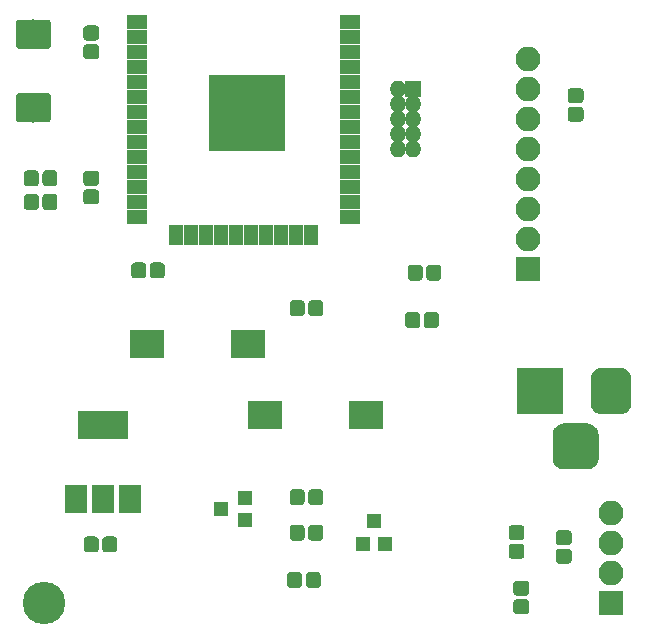
<source format=gts>
G04 #@! TF.GenerationSoftware,KiCad,Pcbnew,(5.0.0)*
G04 #@! TF.CreationDate,2019-06-18T20:36:07+02:00*
G04 #@! TF.ProjectId,PMS7003wifi,504D5337303033776966692E6B696361,rev?*
G04 #@! TF.SameCoordinates,Original*
G04 #@! TF.FileFunction,Soldermask,Top*
G04 #@! TF.FilePolarity,Negative*
%FSLAX46Y46*%
G04 Gerber Fmt 4.6, Leading zero omitted, Abs format (unit mm)*
G04 Created by KiCad (PCBNEW (5.0.0)) date 06/18/19 20:36:07*
%MOMM*%
%LPD*%
G01*
G04 APERTURE LIST*
%ADD10R,3.900000X3.900000*%
%ADD11C,0.100000*%
%ADD12C,3.400000*%
%ADD13C,3.900000*%
%ADD14C,1.275000*%
%ADD15C,2.475000*%
%ADD16R,2.100000X2.100000*%
%ADD17O,2.100000X2.100000*%
%ADD18R,1.200000X1.300000*%
%ADD19R,1.300000X1.200000*%
%ADD20R,2.900000X2.400000*%
%ADD21R,4.200000X2.400000*%
%ADD22R,1.900000X2.400000*%
%ADD23R,1.800000X1.300000*%
%ADD24R,1.300000X1.800000*%
%ADD25R,6.400000X6.400000*%
%ADD26R,1.400000X1.400000*%
%ADD27O,1.400000X1.400000*%
%ADD28C,3.600000*%
G04 APERTURE END LIST*
D10*
G04 #@! TO.C,J3*
X217000000Y-85000000D03*
D11*
G36*
X223933315Y-83054093D02*
X224015827Y-83066333D01*
X224096742Y-83086601D01*
X224175281Y-83114702D01*
X224250687Y-83150367D01*
X224322235Y-83193251D01*
X224389234Y-83242941D01*
X224451041Y-83298959D01*
X224507059Y-83360766D01*
X224556749Y-83427765D01*
X224599633Y-83499313D01*
X224635298Y-83574719D01*
X224663399Y-83653258D01*
X224683667Y-83734173D01*
X224695907Y-83816685D01*
X224700000Y-83900000D01*
X224700000Y-86100000D01*
X224695907Y-86183315D01*
X224683667Y-86265827D01*
X224663399Y-86346742D01*
X224635298Y-86425281D01*
X224599633Y-86500687D01*
X224556749Y-86572235D01*
X224507059Y-86639234D01*
X224451041Y-86701041D01*
X224389234Y-86757059D01*
X224322235Y-86806749D01*
X224250687Y-86849633D01*
X224175281Y-86885298D01*
X224096742Y-86913399D01*
X224015827Y-86933667D01*
X223933315Y-86945907D01*
X223850000Y-86950000D01*
X222150000Y-86950000D01*
X222066685Y-86945907D01*
X221984173Y-86933667D01*
X221903258Y-86913399D01*
X221824719Y-86885298D01*
X221749313Y-86849633D01*
X221677765Y-86806749D01*
X221610766Y-86757059D01*
X221548959Y-86701041D01*
X221492941Y-86639234D01*
X221443251Y-86572235D01*
X221400367Y-86500687D01*
X221364702Y-86425281D01*
X221336601Y-86346742D01*
X221316333Y-86265827D01*
X221304093Y-86183315D01*
X221300000Y-86100000D01*
X221300000Y-83900000D01*
X221304093Y-83816685D01*
X221316333Y-83734173D01*
X221336601Y-83653258D01*
X221364702Y-83574719D01*
X221400367Y-83499313D01*
X221443251Y-83427765D01*
X221492941Y-83360766D01*
X221548959Y-83298959D01*
X221610766Y-83242941D01*
X221677765Y-83193251D01*
X221749313Y-83150367D01*
X221824719Y-83114702D01*
X221903258Y-83086601D01*
X221984173Y-83066333D01*
X222066685Y-83054093D01*
X222150000Y-83050000D01*
X223850000Y-83050000D01*
X223933315Y-83054093D01*
X223933315Y-83054093D01*
G37*
D12*
X223000000Y-85000000D03*
D11*
G36*
X221070567Y-87754695D02*
X221165213Y-87768734D01*
X221258028Y-87791983D01*
X221348116Y-87824217D01*
X221434612Y-87865127D01*
X221516681Y-87914317D01*
X221593533Y-87971315D01*
X221664429Y-88035571D01*
X221728685Y-88106467D01*
X221785683Y-88183319D01*
X221834873Y-88265388D01*
X221875783Y-88351884D01*
X221908017Y-88441972D01*
X221931266Y-88534787D01*
X221945305Y-88629433D01*
X221950000Y-88725000D01*
X221950000Y-90675000D01*
X221945305Y-90770567D01*
X221931266Y-90865213D01*
X221908017Y-90958028D01*
X221875783Y-91048116D01*
X221834873Y-91134612D01*
X221785683Y-91216681D01*
X221728685Y-91293533D01*
X221664429Y-91364429D01*
X221593533Y-91428685D01*
X221516681Y-91485683D01*
X221434612Y-91534873D01*
X221348116Y-91575783D01*
X221258028Y-91608017D01*
X221165213Y-91631266D01*
X221070567Y-91645305D01*
X220975000Y-91650000D01*
X219025000Y-91650000D01*
X218929433Y-91645305D01*
X218834787Y-91631266D01*
X218741972Y-91608017D01*
X218651884Y-91575783D01*
X218565388Y-91534873D01*
X218483319Y-91485683D01*
X218406467Y-91428685D01*
X218335571Y-91364429D01*
X218271315Y-91293533D01*
X218214317Y-91216681D01*
X218165127Y-91134612D01*
X218124217Y-91048116D01*
X218091983Y-90958028D01*
X218068734Y-90865213D01*
X218054695Y-90770567D01*
X218050000Y-90675000D01*
X218050000Y-88725000D01*
X218054695Y-88629433D01*
X218068734Y-88534787D01*
X218091983Y-88441972D01*
X218124217Y-88351884D01*
X218165127Y-88265388D01*
X218214317Y-88183319D01*
X218271315Y-88106467D01*
X218335571Y-88035571D01*
X218406467Y-87971315D01*
X218483319Y-87914317D01*
X218565388Y-87865127D01*
X218651884Y-87824217D01*
X218741972Y-87791983D01*
X218834787Y-87768734D01*
X218929433Y-87754695D01*
X219025000Y-87750000D01*
X220975000Y-87750000D01*
X221070567Y-87754695D01*
X221070567Y-87754695D01*
G37*
D13*
X220000000Y-89700000D03*
G04 #@! TD*
D11*
G04 #@! TO.C,C1*
G36*
X179349993Y-97326535D02*
X179380935Y-97331125D01*
X179411278Y-97338725D01*
X179440730Y-97349263D01*
X179469008Y-97362638D01*
X179495838Y-97378719D01*
X179520963Y-97397353D01*
X179544140Y-97418360D01*
X179565147Y-97441537D01*
X179583781Y-97466662D01*
X179599862Y-97493492D01*
X179613237Y-97521770D01*
X179623775Y-97551222D01*
X179631375Y-97581565D01*
X179635965Y-97612507D01*
X179637500Y-97643750D01*
X179637500Y-98356250D01*
X179635965Y-98387493D01*
X179631375Y-98418435D01*
X179623775Y-98448778D01*
X179613237Y-98478230D01*
X179599862Y-98506508D01*
X179583781Y-98533338D01*
X179565147Y-98558463D01*
X179544140Y-98581640D01*
X179520963Y-98602647D01*
X179495838Y-98621281D01*
X179469008Y-98637362D01*
X179440730Y-98650737D01*
X179411278Y-98661275D01*
X179380935Y-98668875D01*
X179349993Y-98673465D01*
X179318750Y-98675000D01*
X178681250Y-98675000D01*
X178650007Y-98673465D01*
X178619065Y-98668875D01*
X178588722Y-98661275D01*
X178559270Y-98650737D01*
X178530992Y-98637362D01*
X178504162Y-98621281D01*
X178479037Y-98602647D01*
X178455860Y-98581640D01*
X178434853Y-98558463D01*
X178416219Y-98533338D01*
X178400138Y-98506508D01*
X178386763Y-98478230D01*
X178376225Y-98448778D01*
X178368625Y-98418435D01*
X178364035Y-98387493D01*
X178362500Y-98356250D01*
X178362500Y-97643750D01*
X178364035Y-97612507D01*
X178368625Y-97581565D01*
X178376225Y-97551222D01*
X178386763Y-97521770D01*
X178400138Y-97493492D01*
X178416219Y-97466662D01*
X178434853Y-97441537D01*
X178455860Y-97418360D01*
X178479037Y-97397353D01*
X178504162Y-97378719D01*
X178530992Y-97362638D01*
X178559270Y-97349263D01*
X178588722Y-97338725D01*
X178619065Y-97331125D01*
X178650007Y-97326535D01*
X178681250Y-97325000D01*
X179318750Y-97325000D01*
X179349993Y-97326535D01*
X179349993Y-97326535D01*
G37*
D14*
X179000000Y-98000000D03*
D11*
G36*
X180924993Y-97326535D02*
X180955935Y-97331125D01*
X180986278Y-97338725D01*
X181015730Y-97349263D01*
X181044008Y-97362638D01*
X181070838Y-97378719D01*
X181095963Y-97397353D01*
X181119140Y-97418360D01*
X181140147Y-97441537D01*
X181158781Y-97466662D01*
X181174862Y-97493492D01*
X181188237Y-97521770D01*
X181198775Y-97551222D01*
X181206375Y-97581565D01*
X181210965Y-97612507D01*
X181212500Y-97643750D01*
X181212500Y-98356250D01*
X181210965Y-98387493D01*
X181206375Y-98418435D01*
X181198775Y-98448778D01*
X181188237Y-98478230D01*
X181174862Y-98506508D01*
X181158781Y-98533338D01*
X181140147Y-98558463D01*
X181119140Y-98581640D01*
X181095963Y-98602647D01*
X181070838Y-98621281D01*
X181044008Y-98637362D01*
X181015730Y-98650737D01*
X180986278Y-98661275D01*
X180955935Y-98668875D01*
X180924993Y-98673465D01*
X180893750Y-98675000D01*
X180256250Y-98675000D01*
X180225007Y-98673465D01*
X180194065Y-98668875D01*
X180163722Y-98661275D01*
X180134270Y-98650737D01*
X180105992Y-98637362D01*
X180079162Y-98621281D01*
X180054037Y-98602647D01*
X180030860Y-98581640D01*
X180009853Y-98558463D01*
X179991219Y-98533338D01*
X179975138Y-98506508D01*
X179961763Y-98478230D01*
X179951225Y-98448778D01*
X179943625Y-98418435D01*
X179939035Y-98387493D01*
X179937500Y-98356250D01*
X179937500Y-97643750D01*
X179939035Y-97612507D01*
X179943625Y-97581565D01*
X179951225Y-97551222D01*
X179961763Y-97521770D01*
X179975138Y-97493492D01*
X179991219Y-97466662D01*
X180009853Y-97441537D01*
X180030860Y-97418360D01*
X180054037Y-97397353D01*
X180079162Y-97378719D01*
X180105992Y-97362638D01*
X180134270Y-97349263D01*
X180163722Y-97338725D01*
X180194065Y-97331125D01*
X180225007Y-97326535D01*
X180256250Y-97325000D01*
X180893750Y-97325000D01*
X180924993Y-97326535D01*
X180924993Y-97326535D01*
G37*
D14*
X180575000Y-98000000D03*
G04 #@! TD*
D11*
G04 #@! TO.C,C2*
G36*
X220387493Y-60939035D02*
X220418435Y-60943625D01*
X220448778Y-60951225D01*
X220478230Y-60961763D01*
X220506508Y-60975138D01*
X220533338Y-60991219D01*
X220558463Y-61009853D01*
X220581640Y-61030860D01*
X220602647Y-61054037D01*
X220621281Y-61079162D01*
X220637362Y-61105992D01*
X220650737Y-61134270D01*
X220661275Y-61163722D01*
X220668875Y-61194065D01*
X220673465Y-61225007D01*
X220675000Y-61256250D01*
X220675000Y-61893750D01*
X220673465Y-61924993D01*
X220668875Y-61955935D01*
X220661275Y-61986278D01*
X220650737Y-62015730D01*
X220637362Y-62044008D01*
X220621281Y-62070838D01*
X220602647Y-62095963D01*
X220581640Y-62119140D01*
X220558463Y-62140147D01*
X220533338Y-62158781D01*
X220506508Y-62174862D01*
X220478230Y-62188237D01*
X220448778Y-62198775D01*
X220418435Y-62206375D01*
X220387493Y-62210965D01*
X220356250Y-62212500D01*
X219643750Y-62212500D01*
X219612507Y-62210965D01*
X219581565Y-62206375D01*
X219551222Y-62198775D01*
X219521770Y-62188237D01*
X219493492Y-62174862D01*
X219466662Y-62158781D01*
X219441537Y-62140147D01*
X219418360Y-62119140D01*
X219397353Y-62095963D01*
X219378719Y-62070838D01*
X219362638Y-62044008D01*
X219349263Y-62015730D01*
X219338725Y-61986278D01*
X219331125Y-61955935D01*
X219326535Y-61924993D01*
X219325000Y-61893750D01*
X219325000Y-61256250D01*
X219326535Y-61225007D01*
X219331125Y-61194065D01*
X219338725Y-61163722D01*
X219349263Y-61134270D01*
X219362638Y-61105992D01*
X219378719Y-61079162D01*
X219397353Y-61054037D01*
X219418360Y-61030860D01*
X219441537Y-61009853D01*
X219466662Y-60991219D01*
X219493492Y-60975138D01*
X219521770Y-60961763D01*
X219551222Y-60951225D01*
X219581565Y-60943625D01*
X219612507Y-60939035D01*
X219643750Y-60937500D01*
X220356250Y-60937500D01*
X220387493Y-60939035D01*
X220387493Y-60939035D01*
G37*
D14*
X220000000Y-61575000D03*
D11*
G36*
X220387493Y-59364035D02*
X220418435Y-59368625D01*
X220448778Y-59376225D01*
X220478230Y-59386763D01*
X220506508Y-59400138D01*
X220533338Y-59416219D01*
X220558463Y-59434853D01*
X220581640Y-59455860D01*
X220602647Y-59479037D01*
X220621281Y-59504162D01*
X220637362Y-59530992D01*
X220650737Y-59559270D01*
X220661275Y-59588722D01*
X220668875Y-59619065D01*
X220673465Y-59650007D01*
X220675000Y-59681250D01*
X220675000Y-60318750D01*
X220673465Y-60349993D01*
X220668875Y-60380935D01*
X220661275Y-60411278D01*
X220650737Y-60440730D01*
X220637362Y-60469008D01*
X220621281Y-60495838D01*
X220602647Y-60520963D01*
X220581640Y-60544140D01*
X220558463Y-60565147D01*
X220533338Y-60583781D01*
X220506508Y-60599862D01*
X220478230Y-60613237D01*
X220448778Y-60623775D01*
X220418435Y-60631375D01*
X220387493Y-60635965D01*
X220356250Y-60637500D01*
X219643750Y-60637500D01*
X219612507Y-60635965D01*
X219581565Y-60631375D01*
X219551222Y-60623775D01*
X219521770Y-60613237D01*
X219493492Y-60599862D01*
X219466662Y-60583781D01*
X219441537Y-60565147D01*
X219418360Y-60544140D01*
X219397353Y-60520963D01*
X219378719Y-60495838D01*
X219362638Y-60469008D01*
X219349263Y-60440730D01*
X219338725Y-60411278D01*
X219331125Y-60380935D01*
X219326535Y-60349993D01*
X219325000Y-60318750D01*
X219325000Y-59681250D01*
X219326535Y-59650007D01*
X219331125Y-59619065D01*
X219338725Y-59588722D01*
X219349263Y-59559270D01*
X219362638Y-59530992D01*
X219378719Y-59504162D01*
X219397353Y-59479037D01*
X219418360Y-59455860D01*
X219441537Y-59434853D01*
X219466662Y-59416219D01*
X219493492Y-59400138D01*
X219521770Y-59386763D01*
X219551222Y-59376225D01*
X219581565Y-59368625D01*
X219612507Y-59364035D01*
X219643750Y-59362500D01*
X220356250Y-59362500D01*
X220387493Y-59364035D01*
X220387493Y-59364035D01*
G37*
D14*
X220000000Y-60000000D03*
G04 #@! TD*
D11*
G04 #@! TO.C,C3*
G36*
X175306036Y-59788936D02*
X175334982Y-59793230D01*
X175363369Y-59800340D01*
X175390921Y-59810199D01*
X175417375Y-59822710D01*
X175442475Y-59837754D01*
X175465979Y-59855186D01*
X175487662Y-59874838D01*
X175507314Y-59896521D01*
X175524746Y-59920025D01*
X175539790Y-59945125D01*
X175552301Y-59971579D01*
X175562160Y-59999131D01*
X175569270Y-60027518D01*
X175573564Y-60056464D01*
X175575000Y-60085692D01*
X175575000Y-61964308D01*
X175573564Y-61993536D01*
X175569270Y-62022482D01*
X175562160Y-62050869D01*
X175552301Y-62078421D01*
X175539790Y-62104875D01*
X175524746Y-62129975D01*
X175507314Y-62153479D01*
X175487662Y-62175162D01*
X175465979Y-62194814D01*
X175442475Y-62212246D01*
X175417375Y-62227290D01*
X175390921Y-62239801D01*
X175363369Y-62249660D01*
X175334982Y-62256770D01*
X175306036Y-62261064D01*
X175276808Y-62262500D01*
X172923192Y-62262500D01*
X172893964Y-62261064D01*
X172865018Y-62256770D01*
X172836631Y-62249660D01*
X172809079Y-62239801D01*
X172782625Y-62227290D01*
X172757525Y-62212246D01*
X172734021Y-62194814D01*
X172712338Y-62175162D01*
X172692686Y-62153479D01*
X172675254Y-62129975D01*
X172660210Y-62104875D01*
X172647699Y-62078421D01*
X172637840Y-62050869D01*
X172630730Y-62022482D01*
X172626436Y-61993536D01*
X172625000Y-61964308D01*
X172625000Y-60085692D01*
X172626436Y-60056464D01*
X172630730Y-60027518D01*
X172637840Y-59999131D01*
X172647699Y-59971579D01*
X172660210Y-59945125D01*
X172675254Y-59920025D01*
X172692686Y-59896521D01*
X172712338Y-59874838D01*
X172734021Y-59855186D01*
X172757525Y-59837754D01*
X172782625Y-59822710D01*
X172809079Y-59810199D01*
X172836631Y-59800340D01*
X172865018Y-59793230D01*
X172893964Y-59788936D01*
X172923192Y-59787500D01*
X175276808Y-59787500D01*
X175306036Y-59788936D01*
X175306036Y-59788936D01*
G37*
D15*
X174100000Y-61025000D03*
D11*
G36*
X175306036Y-53563936D02*
X175334982Y-53568230D01*
X175363369Y-53575340D01*
X175390921Y-53585199D01*
X175417375Y-53597710D01*
X175442475Y-53612754D01*
X175465979Y-53630186D01*
X175487662Y-53649838D01*
X175507314Y-53671521D01*
X175524746Y-53695025D01*
X175539790Y-53720125D01*
X175552301Y-53746579D01*
X175562160Y-53774131D01*
X175569270Y-53802518D01*
X175573564Y-53831464D01*
X175575000Y-53860692D01*
X175575000Y-55739308D01*
X175573564Y-55768536D01*
X175569270Y-55797482D01*
X175562160Y-55825869D01*
X175552301Y-55853421D01*
X175539790Y-55879875D01*
X175524746Y-55904975D01*
X175507314Y-55928479D01*
X175487662Y-55950162D01*
X175465979Y-55969814D01*
X175442475Y-55987246D01*
X175417375Y-56002290D01*
X175390921Y-56014801D01*
X175363369Y-56024660D01*
X175334982Y-56031770D01*
X175306036Y-56036064D01*
X175276808Y-56037500D01*
X172923192Y-56037500D01*
X172893964Y-56036064D01*
X172865018Y-56031770D01*
X172836631Y-56024660D01*
X172809079Y-56014801D01*
X172782625Y-56002290D01*
X172757525Y-55987246D01*
X172734021Y-55969814D01*
X172712338Y-55950162D01*
X172692686Y-55928479D01*
X172675254Y-55904975D01*
X172660210Y-55879875D01*
X172647699Y-55853421D01*
X172637840Y-55825869D01*
X172630730Y-55797482D01*
X172626436Y-55768536D01*
X172625000Y-55739308D01*
X172625000Y-53860692D01*
X172626436Y-53831464D01*
X172630730Y-53802518D01*
X172637840Y-53774131D01*
X172647699Y-53746579D01*
X172660210Y-53720125D01*
X172675254Y-53695025D01*
X172692686Y-53671521D01*
X172712338Y-53649838D01*
X172734021Y-53630186D01*
X172757525Y-53612754D01*
X172782625Y-53597710D01*
X172809079Y-53585199D01*
X172836631Y-53575340D01*
X172865018Y-53568230D01*
X172893964Y-53563936D01*
X172923192Y-53562500D01*
X175276808Y-53562500D01*
X175306036Y-53563936D01*
X175306036Y-53563936D01*
G37*
D15*
X174100000Y-54800000D03*
G04 #@! TD*
D11*
G04 #@! TO.C,C4*
G36*
X215787493Y-102639035D02*
X215818435Y-102643625D01*
X215848778Y-102651225D01*
X215878230Y-102661763D01*
X215906508Y-102675138D01*
X215933338Y-102691219D01*
X215958463Y-102709853D01*
X215981640Y-102730860D01*
X216002647Y-102754037D01*
X216021281Y-102779162D01*
X216037362Y-102805992D01*
X216050737Y-102834270D01*
X216061275Y-102863722D01*
X216068875Y-102894065D01*
X216073465Y-102925007D01*
X216075000Y-102956250D01*
X216075000Y-103593750D01*
X216073465Y-103624993D01*
X216068875Y-103655935D01*
X216061275Y-103686278D01*
X216050737Y-103715730D01*
X216037362Y-103744008D01*
X216021281Y-103770838D01*
X216002647Y-103795963D01*
X215981640Y-103819140D01*
X215958463Y-103840147D01*
X215933338Y-103858781D01*
X215906508Y-103874862D01*
X215878230Y-103888237D01*
X215848778Y-103898775D01*
X215818435Y-103906375D01*
X215787493Y-103910965D01*
X215756250Y-103912500D01*
X215043750Y-103912500D01*
X215012507Y-103910965D01*
X214981565Y-103906375D01*
X214951222Y-103898775D01*
X214921770Y-103888237D01*
X214893492Y-103874862D01*
X214866662Y-103858781D01*
X214841537Y-103840147D01*
X214818360Y-103819140D01*
X214797353Y-103795963D01*
X214778719Y-103770838D01*
X214762638Y-103744008D01*
X214749263Y-103715730D01*
X214738725Y-103686278D01*
X214731125Y-103655935D01*
X214726535Y-103624993D01*
X214725000Y-103593750D01*
X214725000Y-102956250D01*
X214726535Y-102925007D01*
X214731125Y-102894065D01*
X214738725Y-102863722D01*
X214749263Y-102834270D01*
X214762638Y-102805992D01*
X214778719Y-102779162D01*
X214797353Y-102754037D01*
X214818360Y-102730860D01*
X214841537Y-102709853D01*
X214866662Y-102691219D01*
X214893492Y-102675138D01*
X214921770Y-102661763D01*
X214951222Y-102651225D01*
X214981565Y-102643625D01*
X215012507Y-102639035D01*
X215043750Y-102637500D01*
X215756250Y-102637500D01*
X215787493Y-102639035D01*
X215787493Y-102639035D01*
G37*
D14*
X215400000Y-103275000D03*
D11*
G36*
X215787493Y-101064035D02*
X215818435Y-101068625D01*
X215848778Y-101076225D01*
X215878230Y-101086763D01*
X215906508Y-101100138D01*
X215933338Y-101116219D01*
X215958463Y-101134853D01*
X215981640Y-101155860D01*
X216002647Y-101179037D01*
X216021281Y-101204162D01*
X216037362Y-101230992D01*
X216050737Y-101259270D01*
X216061275Y-101288722D01*
X216068875Y-101319065D01*
X216073465Y-101350007D01*
X216075000Y-101381250D01*
X216075000Y-102018750D01*
X216073465Y-102049993D01*
X216068875Y-102080935D01*
X216061275Y-102111278D01*
X216050737Y-102140730D01*
X216037362Y-102169008D01*
X216021281Y-102195838D01*
X216002647Y-102220963D01*
X215981640Y-102244140D01*
X215958463Y-102265147D01*
X215933338Y-102283781D01*
X215906508Y-102299862D01*
X215878230Y-102313237D01*
X215848778Y-102323775D01*
X215818435Y-102331375D01*
X215787493Y-102335965D01*
X215756250Y-102337500D01*
X215043750Y-102337500D01*
X215012507Y-102335965D01*
X214981565Y-102331375D01*
X214951222Y-102323775D01*
X214921770Y-102313237D01*
X214893492Y-102299862D01*
X214866662Y-102283781D01*
X214841537Y-102265147D01*
X214818360Y-102244140D01*
X214797353Y-102220963D01*
X214778719Y-102195838D01*
X214762638Y-102169008D01*
X214749263Y-102140730D01*
X214738725Y-102111278D01*
X214731125Y-102080935D01*
X214726535Y-102049993D01*
X214725000Y-102018750D01*
X214725000Y-101381250D01*
X214726535Y-101350007D01*
X214731125Y-101319065D01*
X214738725Y-101288722D01*
X214749263Y-101259270D01*
X214762638Y-101230992D01*
X214778719Y-101204162D01*
X214797353Y-101179037D01*
X214818360Y-101155860D01*
X214841537Y-101134853D01*
X214866662Y-101116219D01*
X214893492Y-101100138D01*
X214921770Y-101086763D01*
X214951222Y-101076225D01*
X214981565Y-101068625D01*
X215012507Y-101064035D01*
X215043750Y-101062500D01*
X215756250Y-101062500D01*
X215787493Y-101064035D01*
X215787493Y-101064035D01*
G37*
D14*
X215400000Y-101700000D03*
G04 #@! TD*
D11*
G04 #@! TO.C,C5*
G36*
X179387493Y-54064035D02*
X179418435Y-54068625D01*
X179448778Y-54076225D01*
X179478230Y-54086763D01*
X179506508Y-54100138D01*
X179533338Y-54116219D01*
X179558463Y-54134853D01*
X179581640Y-54155860D01*
X179602647Y-54179037D01*
X179621281Y-54204162D01*
X179637362Y-54230992D01*
X179650737Y-54259270D01*
X179661275Y-54288722D01*
X179668875Y-54319065D01*
X179673465Y-54350007D01*
X179675000Y-54381250D01*
X179675000Y-55018750D01*
X179673465Y-55049993D01*
X179668875Y-55080935D01*
X179661275Y-55111278D01*
X179650737Y-55140730D01*
X179637362Y-55169008D01*
X179621281Y-55195838D01*
X179602647Y-55220963D01*
X179581640Y-55244140D01*
X179558463Y-55265147D01*
X179533338Y-55283781D01*
X179506508Y-55299862D01*
X179478230Y-55313237D01*
X179448778Y-55323775D01*
X179418435Y-55331375D01*
X179387493Y-55335965D01*
X179356250Y-55337500D01*
X178643750Y-55337500D01*
X178612507Y-55335965D01*
X178581565Y-55331375D01*
X178551222Y-55323775D01*
X178521770Y-55313237D01*
X178493492Y-55299862D01*
X178466662Y-55283781D01*
X178441537Y-55265147D01*
X178418360Y-55244140D01*
X178397353Y-55220963D01*
X178378719Y-55195838D01*
X178362638Y-55169008D01*
X178349263Y-55140730D01*
X178338725Y-55111278D01*
X178331125Y-55080935D01*
X178326535Y-55049993D01*
X178325000Y-55018750D01*
X178325000Y-54381250D01*
X178326535Y-54350007D01*
X178331125Y-54319065D01*
X178338725Y-54288722D01*
X178349263Y-54259270D01*
X178362638Y-54230992D01*
X178378719Y-54204162D01*
X178397353Y-54179037D01*
X178418360Y-54155860D01*
X178441537Y-54134853D01*
X178466662Y-54116219D01*
X178493492Y-54100138D01*
X178521770Y-54086763D01*
X178551222Y-54076225D01*
X178581565Y-54068625D01*
X178612507Y-54064035D01*
X178643750Y-54062500D01*
X179356250Y-54062500D01*
X179387493Y-54064035D01*
X179387493Y-54064035D01*
G37*
D14*
X179000000Y-54700000D03*
D11*
G36*
X179387493Y-55639035D02*
X179418435Y-55643625D01*
X179448778Y-55651225D01*
X179478230Y-55661763D01*
X179506508Y-55675138D01*
X179533338Y-55691219D01*
X179558463Y-55709853D01*
X179581640Y-55730860D01*
X179602647Y-55754037D01*
X179621281Y-55779162D01*
X179637362Y-55805992D01*
X179650737Y-55834270D01*
X179661275Y-55863722D01*
X179668875Y-55894065D01*
X179673465Y-55925007D01*
X179675000Y-55956250D01*
X179675000Y-56593750D01*
X179673465Y-56624993D01*
X179668875Y-56655935D01*
X179661275Y-56686278D01*
X179650737Y-56715730D01*
X179637362Y-56744008D01*
X179621281Y-56770838D01*
X179602647Y-56795963D01*
X179581640Y-56819140D01*
X179558463Y-56840147D01*
X179533338Y-56858781D01*
X179506508Y-56874862D01*
X179478230Y-56888237D01*
X179448778Y-56898775D01*
X179418435Y-56906375D01*
X179387493Y-56910965D01*
X179356250Y-56912500D01*
X178643750Y-56912500D01*
X178612507Y-56910965D01*
X178581565Y-56906375D01*
X178551222Y-56898775D01*
X178521770Y-56888237D01*
X178493492Y-56874862D01*
X178466662Y-56858781D01*
X178441537Y-56840147D01*
X178418360Y-56819140D01*
X178397353Y-56795963D01*
X178378719Y-56770838D01*
X178362638Y-56744008D01*
X178349263Y-56715730D01*
X178338725Y-56686278D01*
X178331125Y-56655935D01*
X178326535Y-56624993D01*
X178325000Y-56593750D01*
X178325000Y-55956250D01*
X178326535Y-55925007D01*
X178331125Y-55894065D01*
X178338725Y-55863722D01*
X178349263Y-55834270D01*
X178362638Y-55805992D01*
X178378719Y-55779162D01*
X178397353Y-55754037D01*
X178418360Y-55730860D01*
X178441537Y-55709853D01*
X178466662Y-55691219D01*
X178493492Y-55675138D01*
X178521770Y-55661763D01*
X178551222Y-55651225D01*
X178581565Y-55643625D01*
X178612507Y-55639035D01*
X178643750Y-55637500D01*
X179356250Y-55637500D01*
X179387493Y-55639035D01*
X179387493Y-55639035D01*
G37*
D14*
X179000000Y-56275000D03*
G04 #@! TD*
D11*
G04 #@! TO.C,C6*
G36*
X219387493Y-98364035D02*
X219418435Y-98368625D01*
X219448778Y-98376225D01*
X219478230Y-98386763D01*
X219506508Y-98400138D01*
X219533338Y-98416219D01*
X219558463Y-98434853D01*
X219581640Y-98455860D01*
X219602647Y-98479037D01*
X219621281Y-98504162D01*
X219637362Y-98530992D01*
X219650737Y-98559270D01*
X219661275Y-98588722D01*
X219668875Y-98619065D01*
X219673465Y-98650007D01*
X219675000Y-98681250D01*
X219675000Y-99318750D01*
X219673465Y-99349993D01*
X219668875Y-99380935D01*
X219661275Y-99411278D01*
X219650737Y-99440730D01*
X219637362Y-99469008D01*
X219621281Y-99495838D01*
X219602647Y-99520963D01*
X219581640Y-99544140D01*
X219558463Y-99565147D01*
X219533338Y-99583781D01*
X219506508Y-99599862D01*
X219478230Y-99613237D01*
X219448778Y-99623775D01*
X219418435Y-99631375D01*
X219387493Y-99635965D01*
X219356250Y-99637500D01*
X218643750Y-99637500D01*
X218612507Y-99635965D01*
X218581565Y-99631375D01*
X218551222Y-99623775D01*
X218521770Y-99613237D01*
X218493492Y-99599862D01*
X218466662Y-99583781D01*
X218441537Y-99565147D01*
X218418360Y-99544140D01*
X218397353Y-99520963D01*
X218378719Y-99495838D01*
X218362638Y-99469008D01*
X218349263Y-99440730D01*
X218338725Y-99411278D01*
X218331125Y-99380935D01*
X218326535Y-99349993D01*
X218325000Y-99318750D01*
X218325000Y-98681250D01*
X218326535Y-98650007D01*
X218331125Y-98619065D01*
X218338725Y-98588722D01*
X218349263Y-98559270D01*
X218362638Y-98530992D01*
X218378719Y-98504162D01*
X218397353Y-98479037D01*
X218418360Y-98455860D01*
X218441537Y-98434853D01*
X218466662Y-98416219D01*
X218493492Y-98400138D01*
X218521770Y-98386763D01*
X218551222Y-98376225D01*
X218581565Y-98368625D01*
X218612507Y-98364035D01*
X218643750Y-98362500D01*
X219356250Y-98362500D01*
X219387493Y-98364035D01*
X219387493Y-98364035D01*
G37*
D14*
X219000000Y-99000000D03*
D11*
G36*
X219387493Y-96789035D02*
X219418435Y-96793625D01*
X219448778Y-96801225D01*
X219478230Y-96811763D01*
X219506508Y-96825138D01*
X219533338Y-96841219D01*
X219558463Y-96859853D01*
X219581640Y-96880860D01*
X219602647Y-96904037D01*
X219621281Y-96929162D01*
X219637362Y-96955992D01*
X219650737Y-96984270D01*
X219661275Y-97013722D01*
X219668875Y-97044065D01*
X219673465Y-97075007D01*
X219675000Y-97106250D01*
X219675000Y-97743750D01*
X219673465Y-97774993D01*
X219668875Y-97805935D01*
X219661275Y-97836278D01*
X219650737Y-97865730D01*
X219637362Y-97894008D01*
X219621281Y-97920838D01*
X219602647Y-97945963D01*
X219581640Y-97969140D01*
X219558463Y-97990147D01*
X219533338Y-98008781D01*
X219506508Y-98024862D01*
X219478230Y-98038237D01*
X219448778Y-98048775D01*
X219418435Y-98056375D01*
X219387493Y-98060965D01*
X219356250Y-98062500D01*
X218643750Y-98062500D01*
X218612507Y-98060965D01*
X218581565Y-98056375D01*
X218551222Y-98048775D01*
X218521770Y-98038237D01*
X218493492Y-98024862D01*
X218466662Y-98008781D01*
X218441537Y-97990147D01*
X218418360Y-97969140D01*
X218397353Y-97945963D01*
X218378719Y-97920838D01*
X218362638Y-97894008D01*
X218349263Y-97865730D01*
X218338725Y-97836278D01*
X218331125Y-97805935D01*
X218326535Y-97774993D01*
X218325000Y-97743750D01*
X218325000Y-97106250D01*
X218326535Y-97075007D01*
X218331125Y-97044065D01*
X218338725Y-97013722D01*
X218349263Y-96984270D01*
X218362638Y-96955992D01*
X218378719Y-96929162D01*
X218397353Y-96904037D01*
X218418360Y-96880860D01*
X218441537Y-96859853D01*
X218466662Y-96841219D01*
X218493492Y-96825138D01*
X218521770Y-96811763D01*
X218551222Y-96801225D01*
X218581565Y-96793625D01*
X218612507Y-96789035D01*
X218643750Y-96787500D01*
X219356250Y-96787500D01*
X219387493Y-96789035D01*
X219387493Y-96789035D01*
G37*
D14*
X219000000Y-97425000D03*
G04 #@! TD*
D16*
G04 #@! TO.C,J2*
X216000000Y-74700000D03*
D17*
X216000000Y-72160000D03*
X216000000Y-69620000D03*
X216000000Y-67080000D03*
X216000000Y-64540000D03*
X216000000Y-62000000D03*
X216000000Y-59460000D03*
X216000000Y-56920000D03*
G04 #@! TD*
D18*
G04 #@! TO.C,Q1*
X202950000Y-96000000D03*
X203900000Y-98000000D03*
X202000000Y-98000000D03*
G04 #@! TD*
D19*
G04 #@! TO.C,Q2*
X192000000Y-95950000D03*
X192000000Y-94050000D03*
X190000000Y-95000000D03*
G04 #@! TD*
D11*
G04 #@! TO.C,R1*
G36*
X198137493Y-100326535D02*
X198168435Y-100331125D01*
X198198778Y-100338725D01*
X198228230Y-100349263D01*
X198256508Y-100362638D01*
X198283338Y-100378719D01*
X198308463Y-100397353D01*
X198331640Y-100418360D01*
X198352647Y-100441537D01*
X198371281Y-100466662D01*
X198387362Y-100493492D01*
X198400737Y-100521770D01*
X198411275Y-100551222D01*
X198418875Y-100581565D01*
X198423465Y-100612507D01*
X198425000Y-100643750D01*
X198425000Y-101356250D01*
X198423465Y-101387493D01*
X198418875Y-101418435D01*
X198411275Y-101448778D01*
X198400737Y-101478230D01*
X198387362Y-101506508D01*
X198371281Y-101533338D01*
X198352647Y-101558463D01*
X198331640Y-101581640D01*
X198308463Y-101602647D01*
X198283338Y-101621281D01*
X198256508Y-101637362D01*
X198228230Y-101650737D01*
X198198778Y-101661275D01*
X198168435Y-101668875D01*
X198137493Y-101673465D01*
X198106250Y-101675000D01*
X197468750Y-101675000D01*
X197437507Y-101673465D01*
X197406565Y-101668875D01*
X197376222Y-101661275D01*
X197346770Y-101650737D01*
X197318492Y-101637362D01*
X197291662Y-101621281D01*
X197266537Y-101602647D01*
X197243360Y-101581640D01*
X197222353Y-101558463D01*
X197203719Y-101533338D01*
X197187638Y-101506508D01*
X197174263Y-101478230D01*
X197163725Y-101448778D01*
X197156125Y-101418435D01*
X197151535Y-101387493D01*
X197150000Y-101356250D01*
X197150000Y-100643750D01*
X197151535Y-100612507D01*
X197156125Y-100581565D01*
X197163725Y-100551222D01*
X197174263Y-100521770D01*
X197187638Y-100493492D01*
X197203719Y-100466662D01*
X197222353Y-100441537D01*
X197243360Y-100418360D01*
X197266537Y-100397353D01*
X197291662Y-100378719D01*
X197318492Y-100362638D01*
X197346770Y-100349263D01*
X197376222Y-100338725D01*
X197406565Y-100331125D01*
X197437507Y-100326535D01*
X197468750Y-100325000D01*
X198106250Y-100325000D01*
X198137493Y-100326535D01*
X198137493Y-100326535D01*
G37*
D14*
X197787500Y-101000000D03*
D11*
G36*
X196562493Y-100326535D02*
X196593435Y-100331125D01*
X196623778Y-100338725D01*
X196653230Y-100349263D01*
X196681508Y-100362638D01*
X196708338Y-100378719D01*
X196733463Y-100397353D01*
X196756640Y-100418360D01*
X196777647Y-100441537D01*
X196796281Y-100466662D01*
X196812362Y-100493492D01*
X196825737Y-100521770D01*
X196836275Y-100551222D01*
X196843875Y-100581565D01*
X196848465Y-100612507D01*
X196850000Y-100643750D01*
X196850000Y-101356250D01*
X196848465Y-101387493D01*
X196843875Y-101418435D01*
X196836275Y-101448778D01*
X196825737Y-101478230D01*
X196812362Y-101506508D01*
X196796281Y-101533338D01*
X196777647Y-101558463D01*
X196756640Y-101581640D01*
X196733463Y-101602647D01*
X196708338Y-101621281D01*
X196681508Y-101637362D01*
X196653230Y-101650737D01*
X196623778Y-101661275D01*
X196593435Y-101668875D01*
X196562493Y-101673465D01*
X196531250Y-101675000D01*
X195893750Y-101675000D01*
X195862507Y-101673465D01*
X195831565Y-101668875D01*
X195801222Y-101661275D01*
X195771770Y-101650737D01*
X195743492Y-101637362D01*
X195716662Y-101621281D01*
X195691537Y-101602647D01*
X195668360Y-101581640D01*
X195647353Y-101558463D01*
X195628719Y-101533338D01*
X195612638Y-101506508D01*
X195599263Y-101478230D01*
X195588725Y-101448778D01*
X195581125Y-101418435D01*
X195576535Y-101387493D01*
X195575000Y-101356250D01*
X195575000Y-100643750D01*
X195576535Y-100612507D01*
X195581125Y-100581565D01*
X195588725Y-100551222D01*
X195599263Y-100521770D01*
X195612638Y-100493492D01*
X195628719Y-100466662D01*
X195647353Y-100441537D01*
X195668360Y-100418360D01*
X195691537Y-100397353D01*
X195716662Y-100378719D01*
X195743492Y-100362638D01*
X195771770Y-100349263D01*
X195801222Y-100338725D01*
X195831565Y-100331125D01*
X195862507Y-100326535D01*
X195893750Y-100325000D01*
X196531250Y-100325000D01*
X196562493Y-100326535D01*
X196562493Y-100326535D01*
G37*
D14*
X196212500Y-101000000D03*
G04 #@! TD*
D11*
G04 #@! TO.C,R2*
G36*
X215387493Y-97939035D02*
X215418435Y-97943625D01*
X215448778Y-97951225D01*
X215478230Y-97961763D01*
X215506508Y-97975138D01*
X215533338Y-97991219D01*
X215558463Y-98009853D01*
X215581640Y-98030860D01*
X215602647Y-98054037D01*
X215621281Y-98079162D01*
X215637362Y-98105992D01*
X215650737Y-98134270D01*
X215661275Y-98163722D01*
X215668875Y-98194065D01*
X215673465Y-98225007D01*
X215675000Y-98256250D01*
X215675000Y-98893750D01*
X215673465Y-98924993D01*
X215668875Y-98955935D01*
X215661275Y-98986278D01*
X215650737Y-99015730D01*
X215637362Y-99044008D01*
X215621281Y-99070838D01*
X215602647Y-99095963D01*
X215581640Y-99119140D01*
X215558463Y-99140147D01*
X215533338Y-99158781D01*
X215506508Y-99174862D01*
X215478230Y-99188237D01*
X215448778Y-99198775D01*
X215418435Y-99206375D01*
X215387493Y-99210965D01*
X215356250Y-99212500D01*
X214643750Y-99212500D01*
X214612507Y-99210965D01*
X214581565Y-99206375D01*
X214551222Y-99198775D01*
X214521770Y-99188237D01*
X214493492Y-99174862D01*
X214466662Y-99158781D01*
X214441537Y-99140147D01*
X214418360Y-99119140D01*
X214397353Y-99095963D01*
X214378719Y-99070838D01*
X214362638Y-99044008D01*
X214349263Y-99015730D01*
X214338725Y-98986278D01*
X214331125Y-98955935D01*
X214326535Y-98924993D01*
X214325000Y-98893750D01*
X214325000Y-98256250D01*
X214326535Y-98225007D01*
X214331125Y-98194065D01*
X214338725Y-98163722D01*
X214349263Y-98134270D01*
X214362638Y-98105992D01*
X214378719Y-98079162D01*
X214397353Y-98054037D01*
X214418360Y-98030860D01*
X214441537Y-98009853D01*
X214466662Y-97991219D01*
X214493492Y-97975138D01*
X214521770Y-97961763D01*
X214551222Y-97951225D01*
X214581565Y-97943625D01*
X214612507Y-97939035D01*
X214643750Y-97937500D01*
X215356250Y-97937500D01*
X215387493Y-97939035D01*
X215387493Y-97939035D01*
G37*
D14*
X215000000Y-98575000D03*
D11*
G36*
X215387493Y-96364035D02*
X215418435Y-96368625D01*
X215448778Y-96376225D01*
X215478230Y-96386763D01*
X215506508Y-96400138D01*
X215533338Y-96416219D01*
X215558463Y-96434853D01*
X215581640Y-96455860D01*
X215602647Y-96479037D01*
X215621281Y-96504162D01*
X215637362Y-96530992D01*
X215650737Y-96559270D01*
X215661275Y-96588722D01*
X215668875Y-96619065D01*
X215673465Y-96650007D01*
X215675000Y-96681250D01*
X215675000Y-97318750D01*
X215673465Y-97349993D01*
X215668875Y-97380935D01*
X215661275Y-97411278D01*
X215650737Y-97440730D01*
X215637362Y-97469008D01*
X215621281Y-97495838D01*
X215602647Y-97520963D01*
X215581640Y-97544140D01*
X215558463Y-97565147D01*
X215533338Y-97583781D01*
X215506508Y-97599862D01*
X215478230Y-97613237D01*
X215448778Y-97623775D01*
X215418435Y-97631375D01*
X215387493Y-97635965D01*
X215356250Y-97637500D01*
X214643750Y-97637500D01*
X214612507Y-97635965D01*
X214581565Y-97631375D01*
X214551222Y-97623775D01*
X214521770Y-97613237D01*
X214493492Y-97599862D01*
X214466662Y-97583781D01*
X214441537Y-97565147D01*
X214418360Y-97544140D01*
X214397353Y-97520963D01*
X214378719Y-97495838D01*
X214362638Y-97469008D01*
X214349263Y-97440730D01*
X214338725Y-97411278D01*
X214331125Y-97380935D01*
X214326535Y-97349993D01*
X214325000Y-97318750D01*
X214325000Y-96681250D01*
X214326535Y-96650007D01*
X214331125Y-96619065D01*
X214338725Y-96588722D01*
X214349263Y-96559270D01*
X214362638Y-96530992D01*
X214378719Y-96504162D01*
X214397353Y-96479037D01*
X214418360Y-96455860D01*
X214441537Y-96434853D01*
X214466662Y-96416219D01*
X214493492Y-96400138D01*
X214521770Y-96386763D01*
X214551222Y-96376225D01*
X214581565Y-96368625D01*
X214612507Y-96364035D01*
X214643750Y-96362500D01*
X215356250Y-96362500D01*
X215387493Y-96364035D01*
X215387493Y-96364035D01*
G37*
D14*
X215000000Y-97000000D03*
G04 #@! TD*
D11*
G04 #@! TO.C,R3*
G36*
X174274993Y-66326535D02*
X174305935Y-66331125D01*
X174336278Y-66338725D01*
X174365730Y-66349263D01*
X174394008Y-66362638D01*
X174420838Y-66378719D01*
X174445963Y-66397353D01*
X174469140Y-66418360D01*
X174490147Y-66441537D01*
X174508781Y-66466662D01*
X174524862Y-66493492D01*
X174538237Y-66521770D01*
X174548775Y-66551222D01*
X174556375Y-66581565D01*
X174560965Y-66612507D01*
X174562500Y-66643750D01*
X174562500Y-67356250D01*
X174560965Y-67387493D01*
X174556375Y-67418435D01*
X174548775Y-67448778D01*
X174538237Y-67478230D01*
X174524862Y-67506508D01*
X174508781Y-67533338D01*
X174490147Y-67558463D01*
X174469140Y-67581640D01*
X174445963Y-67602647D01*
X174420838Y-67621281D01*
X174394008Y-67637362D01*
X174365730Y-67650737D01*
X174336278Y-67661275D01*
X174305935Y-67668875D01*
X174274993Y-67673465D01*
X174243750Y-67675000D01*
X173606250Y-67675000D01*
X173575007Y-67673465D01*
X173544065Y-67668875D01*
X173513722Y-67661275D01*
X173484270Y-67650737D01*
X173455992Y-67637362D01*
X173429162Y-67621281D01*
X173404037Y-67602647D01*
X173380860Y-67581640D01*
X173359853Y-67558463D01*
X173341219Y-67533338D01*
X173325138Y-67506508D01*
X173311763Y-67478230D01*
X173301225Y-67448778D01*
X173293625Y-67418435D01*
X173289035Y-67387493D01*
X173287500Y-67356250D01*
X173287500Y-66643750D01*
X173289035Y-66612507D01*
X173293625Y-66581565D01*
X173301225Y-66551222D01*
X173311763Y-66521770D01*
X173325138Y-66493492D01*
X173341219Y-66466662D01*
X173359853Y-66441537D01*
X173380860Y-66418360D01*
X173404037Y-66397353D01*
X173429162Y-66378719D01*
X173455992Y-66362638D01*
X173484270Y-66349263D01*
X173513722Y-66338725D01*
X173544065Y-66331125D01*
X173575007Y-66326535D01*
X173606250Y-66325000D01*
X174243750Y-66325000D01*
X174274993Y-66326535D01*
X174274993Y-66326535D01*
G37*
D14*
X173925000Y-67000000D03*
D11*
G36*
X175849993Y-66326535D02*
X175880935Y-66331125D01*
X175911278Y-66338725D01*
X175940730Y-66349263D01*
X175969008Y-66362638D01*
X175995838Y-66378719D01*
X176020963Y-66397353D01*
X176044140Y-66418360D01*
X176065147Y-66441537D01*
X176083781Y-66466662D01*
X176099862Y-66493492D01*
X176113237Y-66521770D01*
X176123775Y-66551222D01*
X176131375Y-66581565D01*
X176135965Y-66612507D01*
X176137500Y-66643750D01*
X176137500Y-67356250D01*
X176135965Y-67387493D01*
X176131375Y-67418435D01*
X176123775Y-67448778D01*
X176113237Y-67478230D01*
X176099862Y-67506508D01*
X176083781Y-67533338D01*
X176065147Y-67558463D01*
X176044140Y-67581640D01*
X176020963Y-67602647D01*
X175995838Y-67621281D01*
X175969008Y-67637362D01*
X175940730Y-67650737D01*
X175911278Y-67661275D01*
X175880935Y-67668875D01*
X175849993Y-67673465D01*
X175818750Y-67675000D01*
X175181250Y-67675000D01*
X175150007Y-67673465D01*
X175119065Y-67668875D01*
X175088722Y-67661275D01*
X175059270Y-67650737D01*
X175030992Y-67637362D01*
X175004162Y-67621281D01*
X174979037Y-67602647D01*
X174955860Y-67581640D01*
X174934853Y-67558463D01*
X174916219Y-67533338D01*
X174900138Y-67506508D01*
X174886763Y-67478230D01*
X174876225Y-67448778D01*
X174868625Y-67418435D01*
X174864035Y-67387493D01*
X174862500Y-67356250D01*
X174862500Y-66643750D01*
X174864035Y-66612507D01*
X174868625Y-66581565D01*
X174876225Y-66551222D01*
X174886763Y-66521770D01*
X174900138Y-66493492D01*
X174916219Y-66466662D01*
X174934853Y-66441537D01*
X174955860Y-66418360D01*
X174979037Y-66397353D01*
X175004162Y-66378719D01*
X175030992Y-66362638D01*
X175059270Y-66349263D01*
X175088722Y-66338725D01*
X175119065Y-66331125D01*
X175150007Y-66326535D01*
X175181250Y-66325000D01*
X175818750Y-66325000D01*
X175849993Y-66326535D01*
X175849993Y-66326535D01*
G37*
D14*
X175500000Y-67000000D03*
G04 #@! TD*
D11*
G04 #@! TO.C,R4*
G36*
X175849993Y-68326535D02*
X175880935Y-68331125D01*
X175911278Y-68338725D01*
X175940730Y-68349263D01*
X175969008Y-68362638D01*
X175995838Y-68378719D01*
X176020963Y-68397353D01*
X176044140Y-68418360D01*
X176065147Y-68441537D01*
X176083781Y-68466662D01*
X176099862Y-68493492D01*
X176113237Y-68521770D01*
X176123775Y-68551222D01*
X176131375Y-68581565D01*
X176135965Y-68612507D01*
X176137500Y-68643750D01*
X176137500Y-69356250D01*
X176135965Y-69387493D01*
X176131375Y-69418435D01*
X176123775Y-69448778D01*
X176113237Y-69478230D01*
X176099862Y-69506508D01*
X176083781Y-69533338D01*
X176065147Y-69558463D01*
X176044140Y-69581640D01*
X176020963Y-69602647D01*
X175995838Y-69621281D01*
X175969008Y-69637362D01*
X175940730Y-69650737D01*
X175911278Y-69661275D01*
X175880935Y-69668875D01*
X175849993Y-69673465D01*
X175818750Y-69675000D01*
X175181250Y-69675000D01*
X175150007Y-69673465D01*
X175119065Y-69668875D01*
X175088722Y-69661275D01*
X175059270Y-69650737D01*
X175030992Y-69637362D01*
X175004162Y-69621281D01*
X174979037Y-69602647D01*
X174955860Y-69581640D01*
X174934853Y-69558463D01*
X174916219Y-69533338D01*
X174900138Y-69506508D01*
X174886763Y-69478230D01*
X174876225Y-69448778D01*
X174868625Y-69418435D01*
X174864035Y-69387493D01*
X174862500Y-69356250D01*
X174862500Y-68643750D01*
X174864035Y-68612507D01*
X174868625Y-68581565D01*
X174876225Y-68551222D01*
X174886763Y-68521770D01*
X174900138Y-68493492D01*
X174916219Y-68466662D01*
X174934853Y-68441537D01*
X174955860Y-68418360D01*
X174979037Y-68397353D01*
X175004162Y-68378719D01*
X175030992Y-68362638D01*
X175059270Y-68349263D01*
X175088722Y-68338725D01*
X175119065Y-68331125D01*
X175150007Y-68326535D01*
X175181250Y-68325000D01*
X175818750Y-68325000D01*
X175849993Y-68326535D01*
X175849993Y-68326535D01*
G37*
D14*
X175500000Y-69000000D03*
D11*
G36*
X174274993Y-68326535D02*
X174305935Y-68331125D01*
X174336278Y-68338725D01*
X174365730Y-68349263D01*
X174394008Y-68362638D01*
X174420838Y-68378719D01*
X174445963Y-68397353D01*
X174469140Y-68418360D01*
X174490147Y-68441537D01*
X174508781Y-68466662D01*
X174524862Y-68493492D01*
X174538237Y-68521770D01*
X174548775Y-68551222D01*
X174556375Y-68581565D01*
X174560965Y-68612507D01*
X174562500Y-68643750D01*
X174562500Y-69356250D01*
X174560965Y-69387493D01*
X174556375Y-69418435D01*
X174548775Y-69448778D01*
X174538237Y-69478230D01*
X174524862Y-69506508D01*
X174508781Y-69533338D01*
X174490147Y-69558463D01*
X174469140Y-69581640D01*
X174445963Y-69602647D01*
X174420838Y-69621281D01*
X174394008Y-69637362D01*
X174365730Y-69650737D01*
X174336278Y-69661275D01*
X174305935Y-69668875D01*
X174274993Y-69673465D01*
X174243750Y-69675000D01*
X173606250Y-69675000D01*
X173575007Y-69673465D01*
X173544065Y-69668875D01*
X173513722Y-69661275D01*
X173484270Y-69650737D01*
X173455992Y-69637362D01*
X173429162Y-69621281D01*
X173404037Y-69602647D01*
X173380860Y-69581640D01*
X173359853Y-69558463D01*
X173341219Y-69533338D01*
X173325138Y-69506508D01*
X173311763Y-69478230D01*
X173301225Y-69448778D01*
X173293625Y-69418435D01*
X173289035Y-69387493D01*
X173287500Y-69356250D01*
X173287500Y-68643750D01*
X173289035Y-68612507D01*
X173293625Y-68581565D01*
X173301225Y-68551222D01*
X173311763Y-68521770D01*
X173325138Y-68493492D01*
X173341219Y-68466662D01*
X173359853Y-68441537D01*
X173380860Y-68418360D01*
X173404037Y-68397353D01*
X173429162Y-68378719D01*
X173455992Y-68362638D01*
X173484270Y-68349263D01*
X173513722Y-68338725D01*
X173544065Y-68331125D01*
X173575007Y-68326535D01*
X173606250Y-68325000D01*
X174243750Y-68325000D01*
X174274993Y-68326535D01*
X174274993Y-68326535D01*
G37*
D14*
X173925000Y-69000000D03*
G04 #@! TD*
D11*
G04 #@! TO.C,R5*
G36*
X198349993Y-93326535D02*
X198380935Y-93331125D01*
X198411278Y-93338725D01*
X198440730Y-93349263D01*
X198469008Y-93362638D01*
X198495838Y-93378719D01*
X198520963Y-93397353D01*
X198544140Y-93418360D01*
X198565147Y-93441537D01*
X198583781Y-93466662D01*
X198599862Y-93493492D01*
X198613237Y-93521770D01*
X198623775Y-93551222D01*
X198631375Y-93581565D01*
X198635965Y-93612507D01*
X198637500Y-93643750D01*
X198637500Y-94356250D01*
X198635965Y-94387493D01*
X198631375Y-94418435D01*
X198623775Y-94448778D01*
X198613237Y-94478230D01*
X198599862Y-94506508D01*
X198583781Y-94533338D01*
X198565147Y-94558463D01*
X198544140Y-94581640D01*
X198520963Y-94602647D01*
X198495838Y-94621281D01*
X198469008Y-94637362D01*
X198440730Y-94650737D01*
X198411278Y-94661275D01*
X198380935Y-94668875D01*
X198349993Y-94673465D01*
X198318750Y-94675000D01*
X197681250Y-94675000D01*
X197650007Y-94673465D01*
X197619065Y-94668875D01*
X197588722Y-94661275D01*
X197559270Y-94650737D01*
X197530992Y-94637362D01*
X197504162Y-94621281D01*
X197479037Y-94602647D01*
X197455860Y-94581640D01*
X197434853Y-94558463D01*
X197416219Y-94533338D01*
X197400138Y-94506508D01*
X197386763Y-94478230D01*
X197376225Y-94448778D01*
X197368625Y-94418435D01*
X197364035Y-94387493D01*
X197362500Y-94356250D01*
X197362500Y-93643750D01*
X197364035Y-93612507D01*
X197368625Y-93581565D01*
X197376225Y-93551222D01*
X197386763Y-93521770D01*
X197400138Y-93493492D01*
X197416219Y-93466662D01*
X197434853Y-93441537D01*
X197455860Y-93418360D01*
X197479037Y-93397353D01*
X197504162Y-93378719D01*
X197530992Y-93362638D01*
X197559270Y-93349263D01*
X197588722Y-93338725D01*
X197619065Y-93331125D01*
X197650007Y-93326535D01*
X197681250Y-93325000D01*
X198318750Y-93325000D01*
X198349993Y-93326535D01*
X198349993Y-93326535D01*
G37*
D14*
X198000000Y-94000000D03*
D11*
G36*
X196774993Y-93326535D02*
X196805935Y-93331125D01*
X196836278Y-93338725D01*
X196865730Y-93349263D01*
X196894008Y-93362638D01*
X196920838Y-93378719D01*
X196945963Y-93397353D01*
X196969140Y-93418360D01*
X196990147Y-93441537D01*
X197008781Y-93466662D01*
X197024862Y-93493492D01*
X197038237Y-93521770D01*
X197048775Y-93551222D01*
X197056375Y-93581565D01*
X197060965Y-93612507D01*
X197062500Y-93643750D01*
X197062500Y-94356250D01*
X197060965Y-94387493D01*
X197056375Y-94418435D01*
X197048775Y-94448778D01*
X197038237Y-94478230D01*
X197024862Y-94506508D01*
X197008781Y-94533338D01*
X196990147Y-94558463D01*
X196969140Y-94581640D01*
X196945963Y-94602647D01*
X196920838Y-94621281D01*
X196894008Y-94637362D01*
X196865730Y-94650737D01*
X196836278Y-94661275D01*
X196805935Y-94668875D01*
X196774993Y-94673465D01*
X196743750Y-94675000D01*
X196106250Y-94675000D01*
X196075007Y-94673465D01*
X196044065Y-94668875D01*
X196013722Y-94661275D01*
X195984270Y-94650737D01*
X195955992Y-94637362D01*
X195929162Y-94621281D01*
X195904037Y-94602647D01*
X195880860Y-94581640D01*
X195859853Y-94558463D01*
X195841219Y-94533338D01*
X195825138Y-94506508D01*
X195811763Y-94478230D01*
X195801225Y-94448778D01*
X195793625Y-94418435D01*
X195789035Y-94387493D01*
X195787500Y-94356250D01*
X195787500Y-93643750D01*
X195789035Y-93612507D01*
X195793625Y-93581565D01*
X195801225Y-93551222D01*
X195811763Y-93521770D01*
X195825138Y-93493492D01*
X195841219Y-93466662D01*
X195859853Y-93441537D01*
X195880860Y-93418360D01*
X195904037Y-93397353D01*
X195929162Y-93378719D01*
X195955992Y-93362638D01*
X195984270Y-93349263D01*
X196013722Y-93338725D01*
X196044065Y-93331125D01*
X196075007Y-93326535D01*
X196106250Y-93325000D01*
X196743750Y-93325000D01*
X196774993Y-93326535D01*
X196774993Y-93326535D01*
G37*
D14*
X196425000Y-94000000D03*
G04 #@! TD*
D11*
G04 #@! TO.C,R6*
G36*
X198349993Y-96326535D02*
X198380935Y-96331125D01*
X198411278Y-96338725D01*
X198440730Y-96349263D01*
X198469008Y-96362638D01*
X198495838Y-96378719D01*
X198520963Y-96397353D01*
X198544140Y-96418360D01*
X198565147Y-96441537D01*
X198583781Y-96466662D01*
X198599862Y-96493492D01*
X198613237Y-96521770D01*
X198623775Y-96551222D01*
X198631375Y-96581565D01*
X198635965Y-96612507D01*
X198637500Y-96643750D01*
X198637500Y-97356250D01*
X198635965Y-97387493D01*
X198631375Y-97418435D01*
X198623775Y-97448778D01*
X198613237Y-97478230D01*
X198599862Y-97506508D01*
X198583781Y-97533338D01*
X198565147Y-97558463D01*
X198544140Y-97581640D01*
X198520963Y-97602647D01*
X198495838Y-97621281D01*
X198469008Y-97637362D01*
X198440730Y-97650737D01*
X198411278Y-97661275D01*
X198380935Y-97668875D01*
X198349993Y-97673465D01*
X198318750Y-97675000D01*
X197681250Y-97675000D01*
X197650007Y-97673465D01*
X197619065Y-97668875D01*
X197588722Y-97661275D01*
X197559270Y-97650737D01*
X197530992Y-97637362D01*
X197504162Y-97621281D01*
X197479037Y-97602647D01*
X197455860Y-97581640D01*
X197434853Y-97558463D01*
X197416219Y-97533338D01*
X197400138Y-97506508D01*
X197386763Y-97478230D01*
X197376225Y-97448778D01*
X197368625Y-97418435D01*
X197364035Y-97387493D01*
X197362500Y-97356250D01*
X197362500Y-96643750D01*
X197364035Y-96612507D01*
X197368625Y-96581565D01*
X197376225Y-96551222D01*
X197386763Y-96521770D01*
X197400138Y-96493492D01*
X197416219Y-96466662D01*
X197434853Y-96441537D01*
X197455860Y-96418360D01*
X197479037Y-96397353D01*
X197504162Y-96378719D01*
X197530992Y-96362638D01*
X197559270Y-96349263D01*
X197588722Y-96338725D01*
X197619065Y-96331125D01*
X197650007Y-96326535D01*
X197681250Y-96325000D01*
X198318750Y-96325000D01*
X198349993Y-96326535D01*
X198349993Y-96326535D01*
G37*
D14*
X198000000Y-97000000D03*
D11*
G36*
X196774993Y-96326535D02*
X196805935Y-96331125D01*
X196836278Y-96338725D01*
X196865730Y-96349263D01*
X196894008Y-96362638D01*
X196920838Y-96378719D01*
X196945963Y-96397353D01*
X196969140Y-96418360D01*
X196990147Y-96441537D01*
X197008781Y-96466662D01*
X197024862Y-96493492D01*
X197038237Y-96521770D01*
X197048775Y-96551222D01*
X197056375Y-96581565D01*
X197060965Y-96612507D01*
X197062500Y-96643750D01*
X197062500Y-97356250D01*
X197060965Y-97387493D01*
X197056375Y-97418435D01*
X197048775Y-97448778D01*
X197038237Y-97478230D01*
X197024862Y-97506508D01*
X197008781Y-97533338D01*
X196990147Y-97558463D01*
X196969140Y-97581640D01*
X196945963Y-97602647D01*
X196920838Y-97621281D01*
X196894008Y-97637362D01*
X196865730Y-97650737D01*
X196836278Y-97661275D01*
X196805935Y-97668875D01*
X196774993Y-97673465D01*
X196743750Y-97675000D01*
X196106250Y-97675000D01*
X196075007Y-97673465D01*
X196044065Y-97668875D01*
X196013722Y-97661275D01*
X195984270Y-97650737D01*
X195955992Y-97637362D01*
X195929162Y-97621281D01*
X195904037Y-97602647D01*
X195880860Y-97581640D01*
X195859853Y-97558463D01*
X195841219Y-97533338D01*
X195825138Y-97506508D01*
X195811763Y-97478230D01*
X195801225Y-97448778D01*
X195793625Y-97418435D01*
X195789035Y-97387493D01*
X195787500Y-97356250D01*
X195787500Y-96643750D01*
X195789035Y-96612507D01*
X195793625Y-96581565D01*
X195801225Y-96551222D01*
X195811763Y-96521770D01*
X195825138Y-96493492D01*
X195841219Y-96466662D01*
X195859853Y-96441537D01*
X195880860Y-96418360D01*
X195904037Y-96397353D01*
X195929162Y-96378719D01*
X195955992Y-96362638D01*
X195984270Y-96349263D01*
X196013722Y-96338725D01*
X196044065Y-96331125D01*
X196075007Y-96326535D01*
X196106250Y-96325000D01*
X196743750Y-96325000D01*
X196774993Y-96326535D01*
X196774993Y-96326535D01*
G37*
D14*
X196425000Y-97000000D03*
G04 #@! TD*
D11*
G04 #@! TO.C,R7*
G36*
X184937493Y-74126535D02*
X184968435Y-74131125D01*
X184998778Y-74138725D01*
X185028230Y-74149263D01*
X185056508Y-74162638D01*
X185083338Y-74178719D01*
X185108463Y-74197353D01*
X185131640Y-74218360D01*
X185152647Y-74241537D01*
X185171281Y-74266662D01*
X185187362Y-74293492D01*
X185200737Y-74321770D01*
X185211275Y-74351222D01*
X185218875Y-74381565D01*
X185223465Y-74412507D01*
X185225000Y-74443750D01*
X185225000Y-75156250D01*
X185223465Y-75187493D01*
X185218875Y-75218435D01*
X185211275Y-75248778D01*
X185200737Y-75278230D01*
X185187362Y-75306508D01*
X185171281Y-75333338D01*
X185152647Y-75358463D01*
X185131640Y-75381640D01*
X185108463Y-75402647D01*
X185083338Y-75421281D01*
X185056508Y-75437362D01*
X185028230Y-75450737D01*
X184998778Y-75461275D01*
X184968435Y-75468875D01*
X184937493Y-75473465D01*
X184906250Y-75475000D01*
X184268750Y-75475000D01*
X184237507Y-75473465D01*
X184206565Y-75468875D01*
X184176222Y-75461275D01*
X184146770Y-75450737D01*
X184118492Y-75437362D01*
X184091662Y-75421281D01*
X184066537Y-75402647D01*
X184043360Y-75381640D01*
X184022353Y-75358463D01*
X184003719Y-75333338D01*
X183987638Y-75306508D01*
X183974263Y-75278230D01*
X183963725Y-75248778D01*
X183956125Y-75218435D01*
X183951535Y-75187493D01*
X183950000Y-75156250D01*
X183950000Y-74443750D01*
X183951535Y-74412507D01*
X183956125Y-74381565D01*
X183963725Y-74351222D01*
X183974263Y-74321770D01*
X183987638Y-74293492D01*
X184003719Y-74266662D01*
X184022353Y-74241537D01*
X184043360Y-74218360D01*
X184066537Y-74197353D01*
X184091662Y-74178719D01*
X184118492Y-74162638D01*
X184146770Y-74149263D01*
X184176222Y-74138725D01*
X184206565Y-74131125D01*
X184237507Y-74126535D01*
X184268750Y-74125000D01*
X184906250Y-74125000D01*
X184937493Y-74126535D01*
X184937493Y-74126535D01*
G37*
D14*
X184587500Y-74800000D03*
D11*
G36*
X183362493Y-74126535D02*
X183393435Y-74131125D01*
X183423778Y-74138725D01*
X183453230Y-74149263D01*
X183481508Y-74162638D01*
X183508338Y-74178719D01*
X183533463Y-74197353D01*
X183556640Y-74218360D01*
X183577647Y-74241537D01*
X183596281Y-74266662D01*
X183612362Y-74293492D01*
X183625737Y-74321770D01*
X183636275Y-74351222D01*
X183643875Y-74381565D01*
X183648465Y-74412507D01*
X183650000Y-74443750D01*
X183650000Y-75156250D01*
X183648465Y-75187493D01*
X183643875Y-75218435D01*
X183636275Y-75248778D01*
X183625737Y-75278230D01*
X183612362Y-75306508D01*
X183596281Y-75333338D01*
X183577647Y-75358463D01*
X183556640Y-75381640D01*
X183533463Y-75402647D01*
X183508338Y-75421281D01*
X183481508Y-75437362D01*
X183453230Y-75450737D01*
X183423778Y-75461275D01*
X183393435Y-75468875D01*
X183362493Y-75473465D01*
X183331250Y-75475000D01*
X182693750Y-75475000D01*
X182662507Y-75473465D01*
X182631565Y-75468875D01*
X182601222Y-75461275D01*
X182571770Y-75450737D01*
X182543492Y-75437362D01*
X182516662Y-75421281D01*
X182491537Y-75402647D01*
X182468360Y-75381640D01*
X182447353Y-75358463D01*
X182428719Y-75333338D01*
X182412638Y-75306508D01*
X182399263Y-75278230D01*
X182388725Y-75248778D01*
X182381125Y-75218435D01*
X182376535Y-75187493D01*
X182375000Y-75156250D01*
X182375000Y-74443750D01*
X182376535Y-74412507D01*
X182381125Y-74381565D01*
X182388725Y-74351222D01*
X182399263Y-74321770D01*
X182412638Y-74293492D01*
X182428719Y-74266662D01*
X182447353Y-74241537D01*
X182468360Y-74218360D01*
X182491537Y-74197353D01*
X182516662Y-74178719D01*
X182543492Y-74162638D01*
X182571770Y-74149263D01*
X182601222Y-74138725D01*
X182631565Y-74131125D01*
X182662507Y-74126535D01*
X182693750Y-74125000D01*
X183331250Y-74125000D01*
X183362493Y-74126535D01*
X183362493Y-74126535D01*
G37*
D14*
X183012500Y-74800000D03*
G04 #@! TD*
D11*
G04 #@! TO.C,R8*
G36*
X196774993Y-77326535D02*
X196805935Y-77331125D01*
X196836278Y-77338725D01*
X196865730Y-77349263D01*
X196894008Y-77362638D01*
X196920838Y-77378719D01*
X196945963Y-77397353D01*
X196969140Y-77418360D01*
X196990147Y-77441537D01*
X197008781Y-77466662D01*
X197024862Y-77493492D01*
X197038237Y-77521770D01*
X197048775Y-77551222D01*
X197056375Y-77581565D01*
X197060965Y-77612507D01*
X197062500Y-77643750D01*
X197062500Y-78356250D01*
X197060965Y-78387493D01*
X197056375Y-78418435D01*
X197048775Y-78448778D01*
X197038237Y-78478230D01*
X197024862Y-78506508D01*
X197008781Y-78533338D01*
X196990147Y-78558463D01*
X196969140Y-78581640D01*
X196945963Y-78602647D01*
X196920838Y-78621281D01*
X196894008Y-78637362D01*
X196865730Y-78650737D01*
X196836278Y-78661275D01*
X196805935Y-78668875D01*
X196774993Y-78673465D01*
X196743750Y-78675000D01*
X196106250Y-78675000D01*
X196075007Y-78673465D01*
X196044065Y-78668875D01*
X196013722Y-78661275D01*
X195984270Y-78650737D01*
X195955992Y-78637362D01*
X195929162Y-78621281D01*
X195904037Y-78602647D01*
X195880860Y-78581640D01*
X195859853Y-78558463D01*
X195841219Y-78533338D01*
X195825138Y-78506508D01*
X195811763Y-78478230D01*
X195801225Y-78448778D01*
X195793625Y-78418435D01*
X195789035Y-78387493D01*
X195787500Y-78356250D01*
X195787500Y-77643750D01*
X195789035Y-77612507D01*
X195793625Y-77581565D01*
X195801225Y-77551222D01*
X195811763Y-77521770D01*
X195825138Y-77493492D01*
X195841219Y-77466662D01*
X195859853Y-77441537D01*
X195880860Y-77418360D01*
X195904037Y-77397353D01*
X195929162Y-77378719D01*
X195955992Y-77362638D01*
X195984270Y-77349263D01*
X196013722Y-77338725D01*
X196044065Y-77331125D01*
X196075007Y-77326535D01*
X196106250Y-77325000D01*
X196743750Y-77325000D01*
X196774993Y-77326535D01*
X196774993Y-77326535D01*
G37*
D14*
X196425000Y-78000000D03*
D11*
G36*
X198349993Y-77326535D02*
X198380935Y-77331125D01*
X198411278Y-77338725D01*
X198440730Y-77349263D01*
X198469008Y-77362638D01*
X198495838Y-77378719D01*
X198520963Y-77397353D01*
X198544140Y-77418360D01*
X198565147Y-77441537D01*
X198583781Y-77466662D01*
X198599862Y-77493492D01*
X198613237Y-77521770D01*
X198623775Y-77551222D01*
X198631375Y-77581565D01*
X198635965Y-77612507D01*
X198637500Y-77643750D01*
X198637500Y-78356250D01*
X198635965Y-78387493D01*
X198631375Y-78418435D01*
X198623775Y-78448778D01*
X198613237Y-78478230D01*
X198599862Y-78506508D01*
X198583781Y-78533338D01*
X198565147Y-78558463D01*
X198544140Y-78581640D01*
X198520963Y-78602647D01*
X198495838Y-78621281D01*
X198469008Y-78637362D01*
X198440730Y-78650737D01*
X198411278Y-78661275D01*
X198380935Y-78668875D01*
X198349993Y-78673465D01*
X198318750Y-78675000D01*
X197681250Y-78675000D01*
X197650007Y-78673465D01*
X197619065Y-78668875D01*
X197588722Y-78661275D01*
X197559270Y-78650737D01*
X197530992Y-78637362D01*
X197504162Y-78621281D01*
X197479037Y-78602647D01*
X197455860Y-78581640D01*
X197434853Y-78558463D01*
X197416219Y-78533338D01*
X197400138Y-78506508D01*
X197386763Y-78478230D01*
X197376225Y-78448778D01*
X197368625Y-78418435D01*
X197364035Y-78387493D01*
X197362500Y-78356250D01*
X197362500Y-77643750D01*
X197364035Y-77612507D01*
X197368625Y-77581565D01*
X197376225Y-77551222D01*
X197386763Y-77521770D01*
X197400138Y-77493492D01*
X197416219Y-77466662D01*
X197434853Y-77441537D01*
X197455860Y-77418360D01*
X197479037Y-77397353D01*
X197504162Y-77378719D01*
X197530992Y-77362638D01*
X197559270Y-77349263D01*
X197588722Y-77338725D01*
X197619065Y-77331125D01*
X197650007Y-77326535D01*
X197681250Y-77325000D01*
X198318750Y-77325000D01*
X198349993Y-77326535D01*
X198349993Y-77326535D01*
G37*
D14*
X198000000Y-78000000D03*
G04 #@! TD*
D11*
G04 #@! TO.C,R9*
G36*
X179387493Y-66364035D02*
X179418435Y-66368625D01*
X179448778Y-66376225D01*
X179478230Y-66386763D01*
X179506508Y-66400138D01*
X179533338Y-66416219D01*
X179558463Y-66434853D01*
X179581640Y-66455860D01*
X179602647Y-66479037D01*
X179621281Y-66504162D01*
X179637362Y-66530992D01*
X179650737Y-66559270D01*
X179661275Y-66588722D01*
X179668875Y-66619065D01*
X179673465Y-66650007D01*
X179675000Y-66681250D01*
X179675000Y-67318750D01*
X179673465Y-67349993D01*
X179668875Y-67380935D01*
X179661275Y-67411278D01*
X179650737Y-67440730D01*
X179637362Y-67469008D01*
X179621281Y-67495838D01*
X179602647Y-67520963D01*
X179581640Y-67544140D01*
X179558463Y-67565147D01*
X179533338Y-67583781D01*
X179506508Y-67599862D01*
X179478230Y-67613237D01*
X179448778Y-67623775D01*
X179418435Y-67631375D01*
X179387493Y-67635965D01*
X179356250Y-67637500D01*
X178643750Y-67637500D01*
X178612507Y-67635965D01*
X178581565Y-67631375D01*
X178551222Y-67623775D01*
X178521770Y-67613237D01*
X178493492Y-67599862D01*
X178466662Y-67583781D01*
X178441537Y-67565147D01*
X178418360Y-67544140D01*
X178397353Y-67520963D01*
X178378719Y-67495838D01*
X178362638Y-67469008D01*
X178349263Y-67440730D01*
X178338725Y-67411278D01*
X178331125Y-67380935D01*
X178326535Y-67349993D01*
X178325000Y-67318750D01*
X178325000Y-66681250D01*
X178326535Y-66650007D01*
X178331125Y-66619065D01*
X178338725Y-66588722D01*
X178349263Y-66559270D01*
X178362638Y-66530992D01*
X178378719Y-66504162D01*
X178397353Y-66479037D01*
X178418360Y-66455860D01*
X178441537Y-66434853D01*
X178466662Y-66416219D01*
X178493492Y-66400138D01*
X178521770Y-66386763D01*
X178551222Y-66376225D01*
X178581565Y-66368625D01*
X178612507Y-66364035D01*
X178643750Y-66362500D01*
X179356250Y-66362500D01*
X179387493Y-66364035D01*
X179387493Y-66364035D01*
G37*
D14*
X179000000Y-67000000D03*
D11*
G36*
X179387493Y-67939035D02*
X179418435Y-67943625D01*
X179448778Y-67951225D01*
X179478230Y-67961763D01*
X179506508Y-67975138D01*
X179533338Y-67991219D01*
X179558463Y-68009853D01*
X179581640Y-68030860D01*
X179602647Y-68054037D01*
X179621281Y-68079162D01*
X179637362Y-68105992D01*
X179650737Y-68134270D01*
X179661275Y-68163722D01*
X179668875Y-68194065D01*
X179673465Y-68225007D01*
X179675000Y-68256250D01*
X179675000Y-68893750D01*
X179673465Y-68924993D01*
X179668875Y-68955935D01*
X179661275Y-68986278D01*
X179650737Y-69015730D01*
X179637362Y-69044008D01*
X179621281Y-69070838D01*
X179602647Y-69095963D01*
X179581640Y-69119140D01*
X179558463Y-69140147D01*
X179533338Y-69158781D01*
X179506508Y-69174862D01*
X179478230Y-69188237D01*
X179448778Y-69198775D01*
X179418435Y-69206375D01*
X179387493Y-69210965D01*
X179356250Y-69212500D01*
X178643750Y-69212500D01*
X178612507Y-69210965D01*
X178581565Y-69206375D01*
X178551222Y-69198775D01*
X178521770Y-69188237D01*
X178493492Y-69174862D01*
X178466662Y-69158781D01*
X178441537Y-69140147D01*
X178418360Y-69119140D01*
X178397353Y-69095963D01*
X178378719Y-69070838D01*
X178362638Y-69044008D01*
X178349263Y-69015730D01*
X178338725Y-68986278D01*
X178331125Y-68955935D01*
X178326535Y-68924993D01*
X178325000Y-68893750D01*
X178325000Y-68256250D01*
X178326535Y-68225007D01*
X178331125Y-68194065D01*
X178338725Y-68163722D01*
X178349263Y-68134270D01*
X178362638Y-68105992D01*
X178378719Y-68079162D01*
X178397353Y-68054037D01*
X178418360Y-68030860D01*
X178441537Y-68009853D01*
X178466662Y-67991219D01*
X178493492Y-67975138D01*
X178521770Y-67961763D01*
X178551222Y-67951225D01*
X178581565Y-67943625D01*
X178612507Y-67939035D01*
X178643750Y-67937500D01*
X179356250Y-67937500D01*
X179387493Y-67939035D01*
X179387493Y-67939035D01*
G37*
D14*
X179000000Y-68575000D03*
G04 #@! TD*
D20*
G04 #@! TO.C,SW1*
X202280000Y-87000000D03*
X193720000Y-87000000D03*
G04 #@! TD*
G04 #@! TO.C,SW2*
X192280000Y-81000000D03*
X183720000Y-81000000D03*
G04 #@! TD*
D21*
G04 #@! TO.C,U3*
X180000000Y-87850000D03*
D22*
X180000000Y-94150000D03*
X182300000Y-94150000D03*
X177700000Y-94150000D03*
G04 #@! TD*
D23*
G04 #@! TO.C,U4*
X182900000Y-53800000D03*
X182900000Y-55070000D03*
X182900000Y-56340000D03*
X182900000Y-57610000D03*
X182900000Y-58880000D03*
X182900000Y-60150000D03*
X182900000Y-61420000D03*
X182900000Y-62690000D03*
X182900000Y-63960000D03*
X182900000Y-65230000D03*
X182900000Y-66500000D03*
X182900000Y-67770000D03*
X182900000Y-69040000D03*
X182900000Y-70310000D03*
D24*
X186200000Y-71800000D03*
X187470000Y-71800000D03*
X188740000Y-71800000D03*
X190010000Y-71800000D03*
X191280000Y-71800000D03*
X192550000Y-71800000D03*
X193820000Y-71800000D03*
X195090000Y-71800000D03*
X196360000Y-71800000D03*
X197630000Y-71800000D03*
D23*
X200900000Y-70320000D03*
X200900000Y-69040000D03*
X200900000Y-67770000D03*
X200900000Y-66500000D03*
X200900000Y-65230000D03*
X200900000Y-63960000D03*
X200900000Y-62690000D03*
X200900000Y-61420000D03*
X200900000Y-60150000D03*
X200900000Y-58880000D03*
X200900000Y-57610000D03*
X200900000Y-56340000D03*
X200900000Y-55070000D03*
X200900000Y-53800000D03*
D25*
X192200000Y-61480000D03*
G04 #@! TD*
D26*
G04 #@! TO.C,U5*
X206270000Y-59460000D03*
D27*
X205000000Y-59460000D03*
X206270000Y-60730000D03*
X205000000Y-60730000D03*
X206270000Y-62000000D03*
X205000000Y-62000000D03*
X206270000Y-63270000D03*
X205000000Y-63270000D03*
X206270000Y-64540000D03*
X205000000Y-64540000D03*
G04 #@! TD*
D16*
G04 #@! TO.C,U1*
X223000000Y-103000000D03*
D17*
X223000000Y-100460000D03*
X223000000Y-97920000D03*
X223000000Y-95380000D03*
G04 #@! TD*
D11*
G04 #@! TO.C,R10*
G36*
X206774993Y-74326535D02*
X206805935Y-74331125D01*
X206836278Y-74338725D01*
X206865730Y-74349263D01*
X206894008Y-74362638D01*
X206920838Y-74378719D01*
X206945963Y-74397353D01*
X206969140Y-74418360D01*
X206990147Y-74441537D01*
X207008781Y-74466662D01*
X207024862Y-74493492D01*
X207038237Y-74521770D01*
X207048775Y-74551222D01*
X207056375Y-74581565D01*
X207060965Y-74612507D01*
X207062500Y-74643750D01*
X207062500Y-75356250D01*
X207060965Y-75387493D01*
X207056375Y-75418435D01*
X207048775Y-75448778D01*
X207038237Y-75478230D01*
X207024862Y-75506508D01*
X207008781Y-75533338D01*
X206990147Y-75558463D01*
X206969140Y-75581640D01*
X206945963Y-75602647D01*
X206920838Y-75621281D01*
X206894008Y-75637362D01*
X206865730Y-75650737D01*
X206836278Y-75661275D01*
X206805935Y-75668875D01*
X206774993Y-75673465D01*
X206743750Y-75675000D01*
X206106250Y-75675000D01*
X206075007Y-75673465D01*
X206044065Y-75668875D01*
X206013722Y-75661275D01*
X205984270Y-75650737D01*
X205955992Y-75637362D01*
X205929162Y-75621281D01*
X205904037Y-75602647D01*
X205880860Y-75581640D01*
X205859853Y-75558463D01*
X205841219Y-75533338D01*
X205825138Y-75506508D01*
X205811763Y-75478230D01*
X205801225Y-75448778D01*
X205793625Y-75418435D01*
X205789035Y-75387493D01*
X205787500Y-75356250D01*
X205787500Y-74643750D01*
X205789035Y-74612507D01*
X205793625Y-74581565D01*
X205801225Y-74551222D01*
X205811763Y-74521770D01*
X205825138Y-74493492D01*
X205841219Y-74466662D01*
X205859853Y-74441537D01*
X205880860Y-74418360D01*
X205904037Y-74397353D01*
X205929162Y-74378719D01*
X205955992Y-74362638D01*
X205984270Y-74349263D01*
X206013722Y-74338725D01*
X206044065Y-74331125D01*
X206075007Y-74326535D01*
X206106250Y-74325000D01*
X206743750Y-74325000D01*
X206774993Y-74326535D01*
X206774993Y-74326535D01*
G37*
D14*
X206425000Y-75000000D03*
D11*
G36*
X208349993Y-74326535D02*
X208380935Y-74331125D01*
X208411278Y-74338725D01*
X208440730Y-74349263D01*
X208469008Y-74362638D01*
X208495838Y-74378719D01*
X208520963Y-74397353D01*
X208544140Y-74418360D01*
X208565147Y-74441537D01*
X208583781Y-74466662D01*
X208599862Y-74493492D01*
X208613237Y-74521770D01*
X208623775Y-74551222D01*
X208631375Y-74581565D01*
X208635965Y-74612507D01*
X208637500Y-74643750D01*
X208637500Y-75356250D01*
X208635965Y-75387493D01*
X208631375Y-75418435D01*
X208623775Y-75448778D01*
X208613237Y-75478230D01*
X208599862Y-75506508D01*
X208583781Y-75533338D01*
X208565147Y-75558463D01*
X208544140Y-75581640D01*
X208520963Y-75602647D01*
X208495838Y-75621281D01*
X208469008Y-75637362D01*
X208440730Y-75650737D01*
X208411278Y-75661275D01*
X208380935Y-75668875D01*
X208349993Y-75673465D01*
X208318750Y-75675000D01*
X207681250Y-75675000D01*
X207650007Y-75673465D01*
X207619065Y-75668875D01*
X207588722Y-75661275D01*
X207559270Y-75650737D01*
X207530992Y-75637362D01*
X207504162Y-75621281D01*
X207479037Y-75602647D01*
X207455860Y-75581640D01*
X207434853Y-75558463D01*
X207416219Y-75533338D01*
X207400138Y-75506508D01*
X207386763Y-75478230D01*
X207376225Y-75448778D01*
X207368625Y-75418435D01*
X207364035Y-75387493D01*
X207362500Y-75356250D01*
X207362500Y-74643750D01*
X207364035Y-74612507D01*
X207368625Y-74581565D01*
X207376225Y-74551222D01*
X207386763Y-74521770D01*
X207400138Y-74493492D01*
X207416219Y-74466662D01*
X207434853Y-74441537D01*
X207455860Y-74418360D01*
X207479037Y-74397353D01*
X207504162Y-74378719D01*
X207530992Y-74362638D01*
X207559270Y-74349263D01*
X207588722Y-74338725D01*
X207619065Y-74331125D01*
X207650007Y-74326535D01*
X207681250Y-74325000D01*
X208318750Y-74325000D01*
X208349993Y-74326535D01*
X208349993Y-74326535D01*
G37*
D14*
X208000000Y-75000000D03*
G04 #@! TD*
D11*
G04 #@! TO.C,R11*
G36*
X208137493Y-78326535D02*
X208168435Y-78331125D01*
X208198778Y-78338725D01*
X208228230Y-78349263D01*
X208256508Y-78362638D01*
X208283338Y-78378719D01*
X208308463Y-78397353D01*
X208331640Y-78418360D01*
X208352647Y-78441537D01*
X208371281Y-78466662D01*
X208387362Y-78493492D01*
X208400737Y-78521770D01*
X208411275Y-78551222D01*
X208418875Y-78581565D01*
X208423465Y-78612507D01*
X208425000Y-78643750D01*
X208425000Y-79356250D01*
X208423465Y-79387493D01*
X208418875Y-79418435D01*
X208411275Y-79448778D01*
X208400737Y-79478230D01*
X208387362Y-79506508D01*
X208371281Y-79533338D01*
X208352647Y-79558463D01*
X208331640Y-79581640D01*
X208308463Y-79602647D01*
X208283338Y-79621281D01*
X208256508Y-79637362D01*
X208228230Y-79650737D01*
X208198778Y-79661275D01*
X208168435Y-79668875D01*
X208137493Y-79673465D01*
X208106250Y-79675000D01*
X207468750Y-79675000D01*
X207437507Y-79673465D01*
X207406565Y-79668875D01*
X207376222Y-79661275D01*
X207346770Y-79650737D01*
X207318492Y-79637362D01*
X207291662Y-79621281D01*
X207266537Y-79602647D01*
X207243360Y-79581640D01*
X207222353Y-79558463D01*
X207203719Y-79533338D01*
X207187638Y-79506508D01*
X207174263Y-79478230D01*
X207163725Y-79448778D01*
X207156125Y-79418435D01*
X207151535Y-79387493D01*
X207150000Y-79356250D01*
X207150000Y-78643750D01*
X207151535Y-78612507D01*
X207156125Y-78581565D01*
X207163725Y-78551222D01*
X207174263Y-78521770D01*
X207187638Y-78493492D01*
X207203719Y-78466662D01*
X207222353Y-78441537D01*
X207243360Y-78418360D01*
X207266537Y-78397353D01*
X207291662Y-78378719D01*
X207318492Y-78362638D01*
X207346770Y-78349263D01*
X207376222Y-78338725D01*
X207406565Y-78331125D01*
X207437507Y-78326535D01*
X207468750Y-78325000D01*
X208106250Y-78325000D01*
X208137493Y-78326535D01*
X208137493Y-78326535D01*
G37*
D14*
X207787500Y-79000000D03*
D11*
G36*
X206562493Y-78326535D02*
X206593435Y-78331125D01*
X206623778Y-78338725D01*
X206653230Y-78349263D01*
X206681508Y-78362638D01*
X206708338Y-78378719D01*
X206733463Y-78397353D01*
X206756640Y-78418360D01*
X206777647Y-78441537D01*
X206796281Y-78466662D01*
X206812362Y-78493492D01*
X206825737Y-78521770D01*
X206836275Y-78551222D01*
X206843875Y-78581565D01*
X206848465Y-78612507D01*
X206850000Y-78643750D01*
X206850000Y-79356250D01*
X206848465Y-79387493D01*
X206843875Y-79418435D01*
X206836275Y-79448778D01*
X206825737Y-79478230D01*
X206812362Y-79506508D01*
X206796281Y-79533338D01*
X206777647Y-79558463D01*
X206756640Y-79581640D01*
X206733463Y-79602647D01*
X206708338Y-79621281D01*
X206681508Y-79637362D01*
X206653230Y-79650737D01*
X206623778Y-79661275D01*
X206593435Y-79668875D01*
X206562493Y-79673465D01*
X206531250Y-79675000D01*
X205893750Y-79675000D01*
X205862507Y-79673465D01*
X205831565Y-79668875D01*
X205801222Y-79661275D01*
X205771770Y-79650737D01*
X205743492Y-79637362D01*
X205716662Y-79621281D01*
X205691537Y-79602647D01*
X205668360Y-79581640D01*
X205647353Y-79558463D01*
X205628719Y-79533338D01*
X205612638Y-79506508D01*
X205599263Y-79478230D01*
X205588725Y-79448778D01*
X205581125Y-79418435D01*
X205576535Y-79387493D01*
X205575000Y-79356250D01*
X205575000Y-78643750D01*
X205576535Y-78612507D01*
X205581125Y-78581565D01*
X205588725Y-78551222D01*
X205599263Y-78521770D01*
X205612638Y-78493492D01*
X205628719Y-78466662D01*
X205647353Y-78441537D01*
X205668360Y-78418360D01*
X205691537Y-78397353D01*
X205716662Y-78378719D01*
X205743492Y-78362638D01*
X205771770Y-78349263D01*
X205801222Y-78338725D01*
X205831565Y-78331125D01*
X205862507Y-78326535D01*
X205893750Y-78325000D01*
X206531250Y-78325000D01*
X206562493Y-78326535D01*
X206562493Y-78326535D01*
G37*
D14*
X206212500Y-79000000D03*
G04 #@! TD*
D28*
G04 #@! TO.C, *
X175000000Y-103000000D03*
G04 #@! TD*
M02*

</source>
